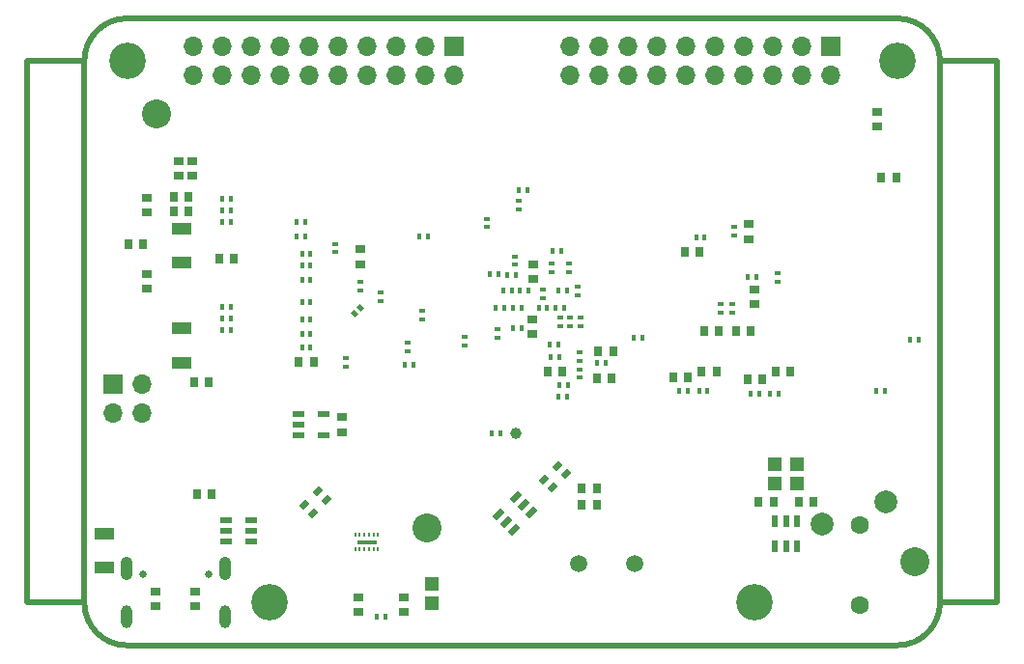
<source format=gbr>
%TF.GenerationSoftware,KiCad,Pcbnew,(6.0.1-0)*%
%TF.CreationDate,2022-12-27T13:33:37-05:00*%
%TF.ProjectId,EX-PCB-10108-001,45582d50-4342-42d3-9130-3130382d3030,A*%
%TF.SameCoordinates,Original*%
%TF.FileFunction,Soldermask,Bot*%
%TF.FilePolarity,Negative*%
%FSLAX46Y46*%
G04 Gerber Fmt 4.6, Leading zero omitted, Abs format (unit mm)*
G04 Created by KiCad (PCBNEW (6.0.1-0)) date 2022-12-27 13:33:37*
%MOMM*%
%LPD*%
G01*
G04 APERTURE LIST*
G04 Aperture macros list*
%AMRotRect*
0 Rectangle, with rotation*
0 The origin of the aperture is its center*
0 $1 length*
0 $2 width*
0 $3 Rotation angle, in degrees counterclockwise*
0 Add horizontal line*
21,1,$1,$2,0,0,$3*%
G04 Aperture macros list end*
%TA.AperFunction,Profile*%
%ADD10C,0.500000*%
%TD*%
%ADD11R,1.700000X1.700000*%
%ADD12O,1.700000X1.700000*%
%ADD13C,3.200000*%
%ADD14C,1.500000*%
%ADD15C,1.600000*%
%ADD16C,0.650000*%
%ADD17O,1.050000X2.100000*%
%ADD18O,1.000000X2.000000*%
%ADD19R,0.710000X0.810000*%
%ADD20R,0.450000X0.510000*%
%ADD21R,0.510000X0.450000*%
%ADD22R,0.810000X0.710000*%
%ADD23RotRect,0.450000X0.510000X225.000000*%
%ADD24C,1.000000*%
%ADD25R,1.060000X0.500000*%
%ADD26C,2.540000*%
%ADD27RotRect,0.800000X0.500000X225.000000*%
%ADD28R,1.800000X1.070000*%
%ADD29RotRect,1.060000X0.550000X45.000000*%
%ADD30R,1.060000X0.550000*%
%ADD31R,0.550000X1.060000*%
%ADD32R,1.250000X1.150000*%
%ADD33R,0.200000X0.450000*%
%ADD34R,1.800000X0.400000*%
%ADD35C,2.000000*%
G04 APERTURE END LIST*
D10*
X46450000Y-85300000D02*
X46450000Y-132800000D01*
X46450000Y-132800000D02*
G75*
G03*
X50200000Y-136550000I3750001J1D01*
G01*
X126450000Y-85300000D02*
X126450000Y-132800000D01*
X121450000Y-85300000D02*
G75*
G03*
X117700000Y-81550000I-3750001J-1D01*
G01*
X121450000Y-85300000D02*
X121450000Y-132800000D01*
X121450000Y-132800000D02*
X126450000Y-132800000D01*
X117700000Y-136550000D02*
X50200000Y-136550000D01*
X41450000Y-132800000D02*
X46450000Y-132800000D01*
X117700000Y-136550000D02*
G75*
G03*
X121450000Y-132800000I-1J3750001D01*
G01*
X126450000Y-85300000D02*
X121450000Y-85300000D01*
X50200000Y-81550000D02*
G75*
G03*
X46450000Y-85300000I1J-3750001D01*
G01*
X41450000Y-85300000D02*
X46450000Y-85300000D01*
X41450000Y-85300000D02*
X41450000Y-132800000D01*
X117700000Y-81550000D02*
X50200000Y-81550000D01*
D11*
X111880000Y-83980000D03*
D12*
X111880000Y-86520000D03*
X109340000Y-83980000D03*
X109340000Y-86520000D03*
X106800000Y-83980000D03*
X106800000Y-86520000D03*
X104260000Y-83980000D03*
X104260000Y-86520000D03*
X101720000Y-83980000D03*
X101720000Y-86520000D03*
X99180000Y-83980000D03*
X99180000Y-86520000D03*
X96640000Y-83980000D03*
X96640000Y-86520000D03*
X94100000Y-83980000D03*
X94100000Y-86520000D03*
X91560000Y-83980000D03*
X91560000Y-86520000D03*
X89020000Y-83980000D03*
X89020000Y-86520000D03*
D11*
X78880000Y-83980000D03*
D12*
X78880000Y-86520000D03*
X76340000Y-83980000D03*
X76340000Y-86520000D03*
X73800000Y-83980000D03*
X73800000Y-86520000D03*
X71260000Y-83980000D03*
X71260000Y-86520000D03*
X68720000Y-83980000D03*
X68720000Y-86520000D03*
X66180000Y-83980000D03*
X66180000Y-86520000D03*
X63640000Y-83980000D03*
X63640000Y-86520000D03*
X61100000Y-83980000D03*
X61100000Y-86520000D03*
X58560000Y-83980000D03*
X58560000Y-86520000D03*
X56020000Y-83980000D03*
X56020000Y-86520000D03*
D13*
X50200000Y-85250000D03*
X117700000Y-85250000D03*
X62700000Y-132750000D03*
X105200000Y-132750000D03*
D14*
X89750000Y-129350000D03*
X94650000Y-129350000D03*
D15*
X114450000Y-126000000D03*
X114450000Y-133000000D03*
D16*
X57340000Y-130320000D03*
X51560000Y-130320000D03*
D17*
X58770000Y-129820000D03*
D18*
X50130000Y-134000000D03*
D17*
X50130000Y-129820000D03*
D18*
X58770000Y-134000000D03*
D11*
X48975000Y-113600000D03*
D12*
X51515000Y-113600000D03*
X48975000Y-116140000D03*
X51515000Y-116140000D03*
D19*
X66545000Y-111700000D03*
X65255000Y-111700000D03*
D20*
X88025000Y-110200000D03*
X87275000Y-110200000D03*
X88025000Y-105450000D03*
X88775000Y-105450000D03*
D21*
X89950000Y-108550000D03*
X89950000Y-107800000D03*
X86650000Y-105325000D03*
X86650000Y-106075000D03*
D20*
X87025000Y-106950000D03*
X86275000Y-106950000D03*
D21*
X89900000Y-112325000D03*
X89900000Y-113075000D03*
D20*
X84775000Y-106950000D03*
X84025000Y-106950000D03*
D21*
X88150000Y-108575000D03*
X88150000Y-107825000D03*
D20*
X87775000Y-106950000D03*
X88525000Y-106950000D03*
D21*
X89900000Y-110825000D03*
X89900000Y-111575000D03*
D20*
X84625000Y-105450000D03*
X85375000Y-105450000D03*
D22*
X85750000Y-107955000D03*
X85750000Y-109245000D03*
D20*
X91425000Y-111800000D03*
X92175000Y-111800000D03*
D21*
X87400000Y-103825000D03*
X87400000Y-103075000D03*
X88900000Y-103825000D03*
X88900000Y-103075000D03*
D22*
X85800000Y-104420000D03*
X85800000Y-103130000D03*
D20*
X84025000Y-108700000D03*
X84775000Y-108700000D03*
X65775000Y-99450000D03*
X65025000Y-99450000D03*
X65775000Y-100700000D03*
X65025000Y-100700000D03*
D21*
X82650000Y-109575000D03*
X82650000Y-108825000D03*
D20*
X83525000Y-104050000D03*
X84275000Y-104050000D03*
X82525000Y-106950000D03*
X83275000Y-106950000D03*
X83175000Y-105450000D03*
X83925000Y-105450000D03*
D22*
X70650000Y-103095000D03*
X70650000Y-101805000D03*
D20*
X66275000Y-109200000D03*
X65525000Y-109200000D03*
D21*
X76050000Y-107175000D03*
X76050000Y-107925000D03*
X72400000Y-106325000D03*
X72400000Y-105575000D03*
X68400000Y-102075000D03*
X68400000Y-101325000D03*
D20*
X75825000Y-100650000D03*
X76575000Y-100650000D03*
D21*
X74800000Y-110725000D03*
X74800000Y-109975000D03*
D20*
X74525000Y-111950000D03*
X75275000Y-111950000D03*
D23*
X70665165Y-106934835D03*
X70134835Y-107465165D03*
D21*
X69400000Y-112075000D03*
X69400000Y-111325000D03*
D20*
X66275000Y-110450000D03*
X65525000Y-110450000D03*
X66275000Y-107950000D03*
X65525000Y-107950000D03*
X66275000Y-106450000D03*
X65525000Y-106450000D03*
X66275000Y-102200000D03*
X65525000Y-102200000D03*
X82025000Y-103950000D03*
X82775000Y-103950000D03*
X88275000Y-101950000D03*
X87525000Y-101950000D03*
D22*
X55925000Y-95345000D03*
X55925000Y-94055000D03*
X54725000Y-95345000D03*
X54725000Y-94055000D03*
D21*
X79750000Y-109475000D03*
X79750000Y-110225000D03*
X70650000Y-105447599D03*
X70650000Y-104697599D03*
D20*
X65525000Y-104450000D03*
X66275000Y-104450000D03*
X65525000Y-103200000D03*
X66275000Y-103200000D03*
D21*
X84200000Y-102425000D03*
X84200000Y-103175000D03*
D19*
X58255000Y-102650000D03*
X59545000Y-102650000D03*
D21*
X89000000Y-108550000D03*
X89000000Y-107800000D03*
D19*
X91505000Y-110750000D03*
X92795000Y-110750000D03*
X91355000Y-113150000D03*
X92645000Y-113150000D03*
D20*
X58525000Y-108900000D03*
X59275000Y-108900000D03*
D19*
X55595000Y-98500000D03*
X54305000Y-98500000D03*
D20*
X82925000Y-117950000D03*
X82175000Y-117950000D03*
D24*
X84300000Y-117950000D03*
D25*
X65200000Y-118150000D03*
X65200000Y-117200000D03*
X65200000Y-116250000D03*
X67400000Y-116250000D03*
X67400000Y-118150000D03*
D22*
X69050000Y-117845000D03*
X69050000Y-116555000D03*
D19*
X55595000Y-97250000D03*
X54305000Y-97250000D03*
D20*
X59275000Y-107900000D03*
X58525000Y-107900000D03*
X59275000Y-106900000D03*
X58525000Y-106900000D03*
D26*
X52750000Y-89900000D03*
D21*
X81700000Y-99875000D03*
X81700000Y-99125000D03*
D20*
X85275000Y-96650000D03*
X84525000Y-96650000D03*
D21*
X84500000Y-98325000D03*
X84500000Y-97575000D03*
D20*
X95350000Y-109600000D03*
X94600000Y-109600000D03*
D26*
X76450000Y-126250000D03*
D27*
X87947487Y-120795406D03*
X86745406Y-121997487D03*
X87452513Y-122704594D03*
X88654594Y-121502513D03*
D21*
X103200000Y-107375000D03*
X103200000Y-106625000D03*
D20*
X105325000Y-104250000D03*
X104575000Y-104250000D03*
D21*
X102200000Y-107375000D03*
X102200000Y-106625000D03*
X103450000Y-100625000D03*
X103450000Y-99875000D03*
D28*
X48200000Y-129755000D03*
X48200000Y-126745000D03*
D27*
X66947487Y-123045406D03*
X65745406Y-124247487D03*
X66452513Y-124954594D03*
X67654594Y-123752513D03*
D29*
X84093934Y-126449569D03*
X83422183Y-125777817D03*
X82750431Y-125106066D03*
X84306066Y-123550431D03*
X84977817Y-124222183D03*
X85649569Y-124893934D03*
D30*
X61050000Y-125550000D03*
X61050000Y-126500000D03*
X61050000Y-127450000D03*
X58850000Y-127450000D03*
X58850000Y-126500000D03*
X58850000Y-125550000D03*
D31*
X108900000Y-127850000D03*
X107950000Y-127850000D03*
X107000000Y-127850000D03*
X107000000Y-125650000D03*
X107950000Y-125650000D03*
X108900000Y-125650000D03*
D22*
X51950000Y-104005000D03*
X51950000Y-105295000D03*
D19*
X98055000Y-113000000D03*
X99345000Y-113000000D03*
D22*
X51950000Y-98545000D03*
X51950000Y-97255000D03*
D19*
X90055000Y-124250000D03*
X91345000Y-124250000D03*
X90055000Y-122750000D03*
X91345000Y-122750000D03*
X51595000Y-101400000D03*
X50305000Y-101400000D03*
X56055000Y-113500000D03*
X57345000Y-113500000D03*
X108345000Y-112500000D03*
X107055000Y-112500000D03*
D20*
X72825000Y-134000000D03*
X72075000Y-134000000D03*
D22*
X70450000Y-132355000D03*
X70450000Y-133645000D03*
X74450000Y-132355000D03*
X74450000Y-133645000D03*
D19*
X104555000Y-113250000D03*
X105845000Y-113250000D03*
X101845000Y-112500000D03*
X100555000Y-112500000D03*
X88345000Y-112500000D03*
X87055000Y-112500000D03*
X109055000Y-124000000D03*
X110345000Y-124000000D03*
X106845000Y-124000000D03*
X105555000Y-124000000D03*
X56305000Y-123250000D03*
X57595000Y-123250000D03*
D28*
X54950000Y-103005000D03*
X54950000Y-99995000D03*
X54950000Y-111755000D03*
X54950000Y-108745000D03*
D32*
X76950000Y-132875000D03*
X76950000Y-131125000D03*
X108950000Y-120625000D03*
X108950000Y-122375000D03*
X106950000Y-120625000D03*
X106950000Y-122375000D03*
D26*
X119200000Y-129250000D03*
D20*
X104825000Y-114500000D03*
X105575000Y-114500000D03*
X106575000Y-114500000D03*
X107325000Y-114500000D03*
X98575000Y-114250000D03*
X99325000Y-114250000D03*
X100325000Y-114250000D03*
X101075000Y-114250000D03*
D19*
X117595000Y-95500000D03*
X116305000Y-95500000D03*
D22*
X115950000Y-89755000D03*
X115950000Y-91045000D03*
X52700000Y-131855000D03*
X52700000Y-133145000D03*
X56200000Y-131855000D03*
X56200000Y-133145000D03*
D33*
X70200000Y-126875000D03*
X70600000Y-126875000D03*
X71000000Y-126875000D03*
X71400000Y-126875000D03*
X71800000Y-126875000D03*
X72200000Y-126875000D03*
X72200000Y-128125000D03*
X71800000Y-128125000D03*
X71400000Y-128125000D03*
X71000000Y-128125000D03*
X70600000Y-128125000D03*
X70200000Y-128125000D03*
D34*
X71200000Y-127500000D03*
D20*
X59275000Y-97400000D03*
X58525000Y-97400000D03*
X58525000Y-99400000D03*
X59275000Y-99400000D03*
X59275000Y-98400000D03*
X58525000Y-98400000D03*
D21*
X107200000Y-103875000D03*
X107200000Y-104625000D03*
D35*
X111075000Y-125950000D03*
X116725000Y-123975000D03*
D21*
X89700000Y-105125000D03*
X89700000Y-105875000D03*
D20*
X88075000Y-111250000D03*
X87325000Y-111250000D03*
X88775000Y-114750000D03*
X88025000Y-114750000D03*
X88825000Y-113750000D03*
X88075000Y-113750000D03*
D19*
X103555000Y-109000000D03*
X104845000Y-109000000D03*
D22*
X105200000Y-105355000D03*
X105200000Y-106645000D03*
D19*
X102095000Y-109000000D03*
X100805000Y-109000000D03*
D22*
X104700000Y-100895000D03*
X104700000Y-99605000D03*
D20*
X100825000Y-100750000D03*
X100075000Y-100750000D03*
D19*
X100345000Y-102000000D03*
X99055000Y-102000000D03*
D20*
X115825000Y-114250000D03*
X116575000Y-114250000D03*
X118825000Y-109750000D03*
X119575000Y-109750000D03*
M02*

</source>
